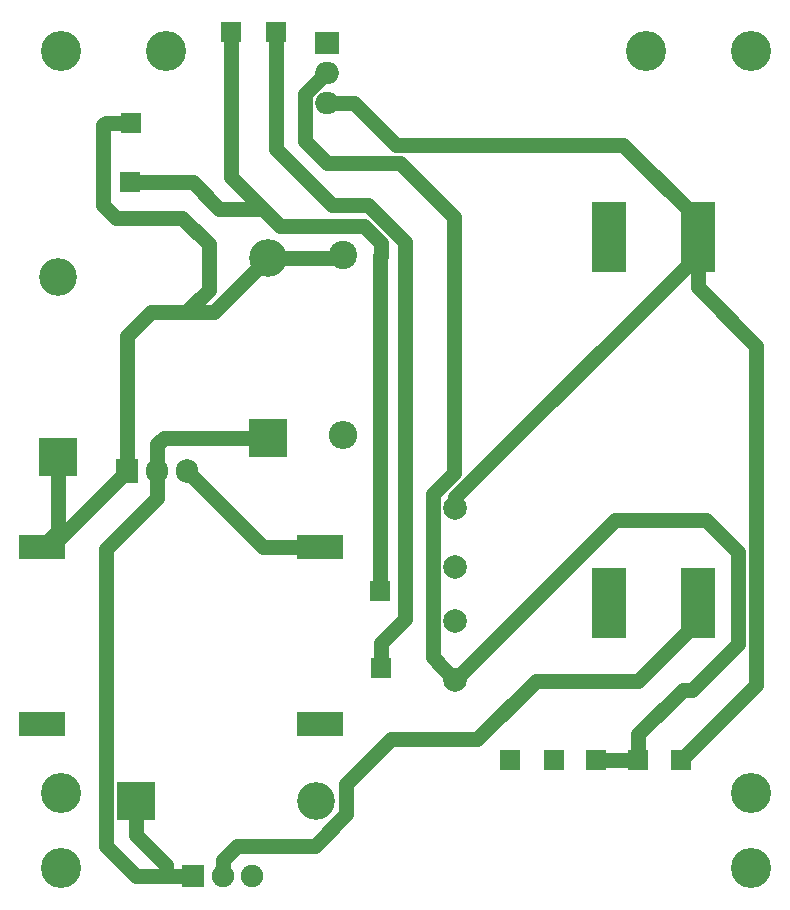
<source format=gbr>
G04 #@! TF.GenerationSoftware,KiCad,Pcbnew,5.0.2+dfsg1-1~bpo9+1*
G04 #@! TF.CreationDate,2019-02-15T20:18:05-06:00*
G04 #@! TF.ProjectId,BatteryBoard,42617474-6572-4794-926f-6172642e6b69,rev?*
G04 #@! TF.SameCoordinates,Original*
G04 #@! TF.FileFunction,Copper,L1,Top*
G04 #@! TF.FilePolarity,Positive*
%FSLAX46Y46*%
G04 Gerber Fmt 4.6, Leading zero omitted, Abs format (unit mm)*
G04 Created by KiCad (PCBNEW 5.0.2+dfsg1-1~bpo9+1) date vie 15 feb 2019 20:18:05 CST*
%MOMM*%
%LPD*%
G01*
G04 APERTURE LIST*
G04 #@! TA.AperFunction,ComponentPad*
%ADD10R,3.000000X6.000000*%
G04 #@! TD*
G04 #@! TA.AperFunction,ComponentPad*
%ADD11R,4.000000X2.000000*%
G04 #@! TD*
G04 #@! TA.AperFunction,ComponentPad*
%ADD12C,2.000000*%
G04 #@! TD*
G04 #@! TA.AperFunction,ComponentPad*
%ADD13O,3.200000X3.200000*%
G04 #@! TD*
G04 #@! TA.AperFunction,ComponentPad*
%ADD14R,3.200000X3.200000*%
G04 #@! TD*
G04 #@! TA.AperFunction,ComponentPad*
%ADD15R,1.700000X1.700000*%
G04 #@! TD*
G04 #@! TA.AperFunction,ComponentPad*
%ADD16O,1.905000X2.000000*%
G04 #@! TD*
G04 #@! TA.AperFunction,ComponentPad*
%ADD17R,1.905000X2.000000*%
G04 #@! TD*
G04 #@! TA.AperFunction,ComponentPad*
%ADD18O,2.400000X2.400000*%
G04 #@! TD*
G04 #@! TA.AperFunction,ComponentPad*
%ADD19C,2.400000*%
G04 #@! TD*
G04 #@! TA.AperFunction,ComponentPad*
%ADD20O,2.000000X1.905000*%
G04 #@! TD*
G04 #@! TA.AperFunction,ComponentPad*
%ADD21R,2.000000X1.905000*%
G04 #@! TD*
G04 #@! TA.AperFunction,ComponentPad*
%ADD22C,1.900000*%
G04 #@! TD*
G04 #@! TA.AperFunction,ComponentPad*
%ADD23R,1.900000X1.900000*%
G04 #@! TD*
G04 #@! TA.AperFunction,ViaPad*
%ADD24C,3.400000*%
G04 #@! TD*
G04 #@! TA.AperFunction,Conductor*
%ADD25C,1.270000*%
G04 #@! TD*
G04 APERTURE END LIST*
D10*
G04 #@! TO.P,U3,3*
G04 #@! TO.N,+5V*
X147844200Y-89422700D03*
G04 #@! TO.P,U3,4*
G04 #@! TO.N,GND*
X140344200Y-89422700D03*
G04 #@! TO.P,U3,1*
G04 #@! TO.N,Net-(S1-Pad2)*
X147844200Y-120422700D03*
G04 #@! TO.P,U3,2*
G04 #@! TO.N,GND*
X140344200Y-120422700D03*
G04 #@! TD*
D11*
G04 #@! TO.P,U1,2*
G04 #@! TO.N,GND*
X92378000Y-130690000D03*
G04 #@! TO.P,U1,1*
G04 #@! TO.N,VCC*
X92378000Y-115690000D03*
G04 #@! TO.P,U1,6*
G04 #@! TO.N,GND*
X115878000Y-130690000D03*
G04 #@! TO.P,U1,5*
G04 #@! TO.N,Net-(Q1-Pad3)*
X115878000Y-115690000D03*
G04 #@! TD*
D12*
G04 #@! TO.P,C1,1*
G04 #@! TO.N,+5V*
X127292100Y-112395000D03*
G04 #@! TO.P,C1,2*
G04 #@! TO.N,GND*
X127292100Y-117395000D03*
G04 #@! TD*
G04 #@! TO.P,C2,1*
G04 #@! TO.N,+3V3*
X127330200Y-126936500D03*
G04 #@! TO.P,C2,2*
G04 #@! TO.N,GND*
X127330200Y-121936500D03*
G04 #@! TD*
D13*
G04 #@! TO.P,D1,2*
G04 #@! TO.N,VCC*
X111506000Y-91186000D03*
D14*
G04 #@! TO.P,D1,1*
G04 #@! TO.N,Net-(D1-Pad1)*
X111506000Y-106426000D03*
G04 #@! TD*
D15*
G04 #@! TO.P,J1,1*
G04 #@! TO.N,+3V3*
X142836900Y-133680200D03*
G04 #@! TD*
G04 #@! TO.P,J2,1*
G04 #@! TO.N,+3V3*
X139280900Y-133680200D03*
G04 #@! TD*
G04 #@! TO.P,J3,1*
G04 #@! TO.N,+5V*
X146431000Y-133718300D03*
G04 #@! TD*
G04 #@! TO.P,J4,1*
G04 #@! TO.N,GND*
X132005101Y-133709401D03*
G04 #@! TD*
G04 #@! TO.P,J5,1*
G04 #@! TO.N,GND*
X135655101Y-133709401D03*
G04 #@! TD*
D16*
G04 #@! TO.P,Q1,3*
G04 #@! TO.N,Net-(Q1-Pad3)*
X104648000Y-109220000D03*
G04 #@! TO.P,Q1,2*
G04 #@! TO.N,Net-(D1-Pad1)*
X102108000Y-109220000D03*
D17*
G04 #@! TO.P,Q1,1*
G04 #@! TO.N,VCC*
X99568000Y-109220000D03*
G04 #@! TD*
D18*
G04 #@! TO.P,R1,2*
G04 #@! TO.N,GND*
X117856000Y-106172000D03*
D19*
G04 #@! TO.P,R1,1*
G04 #@! TO.N,VCC*
X117856000Y-90932000D03*
G04 #@! TD*
D20*
G04 #@! TO.P,U2,3*
G04 #@! TO.N,+5V*
X116459000Y-78079600D03*
G04 #@! TO.P,U2,2*
G04 #@! TO.N,+3V3*
X116459000Y-75539600D03*
D21*
G04 #@! TO.P,U2,1*
G04 #@! TO.N,GND*
X116459000Y-72999600D03*
G04 #@! TD*
D22*
G04 #@! TO.P,S1,3*
G04 #@! TO.N,GND*
X110156000Y-143510000D03*
G04 #@! TO.P,S1,2*
G04 #@! TO.N,Net-(S1-Pad2)*
X107656000Y-143510000D03*
D23*
G04 #@! TO.P,S1,1*
G04 #@! TO.N,Net-(D1-Pad1)*
X105156000Y-143510000D03*
G04 #@! TD*
D14*
G04 #@! TO.P,D2,1*
G04 #@! TO.N,VCC*
X93726000Y-108064300D03*
D13*
G04 #@! TO.P,D2,2*
G04 #@! TO.N,GND*
X93726000Y-92824300D03*
G04 #@! TD*
G04 #@! TO.P,D3,2*
G04 #@! TO.N,GND*
X115570000Y-137160000D03*
D14*
G04 #@! TO.P,D3,1*
G04 #@! TO.N,Net-(D1-Pad1)*
X100330000Y-137160000D03*
G04 #@! TD*
D15*
G04 #@! TO.P,J6,1*
G04 #@! TO.N,VCC*
X99872800Y-79756000D03*
G04 #@! TD*
G04 #@! TO.P,J7,1*
G04 #@! TO.N,Net-(J10-Pad1)*
X108381800Y-72072500D03*
G04 #@! TD*
G04 #@! TO.P,J8,1*
G04 #@! TO.N,Net-(J10-Pad1)*
X99809300Y-84797900D03*
G04 #@! TD*
G04 #@! TO.P,J9,1*
G04 #@! TO.N,Net-(J11-Pad1)*
X112128300Y-72072500D03*
G04 #@! TD*
G04 #@! TO.P,J10,1*
G04 #@! TO.N,Net-(J10-Pad1)*
X120967500Y-119405400D03*
G04 #@! TD*
G04 #@! TO.P,J11,1*
G04 #@! TO.N,Net-(J11-Pad1)*
X121005600Y-125958600D03*
G04 #@! TD*
D24*
G04 #@! TO.N,*
X152400000Y-142875000D03*
X93980000Y-142875000D03*
X152400000Y-136525000D03*
X93980000Y-136525000D03*
X93980000Y-73660000D03*
X102870000Y-73660000D03*
X143510000Y-73660000D03*
X152400000Y-73660000D03*
G04 #@! TD*
D25*
G04 #@! TO.N,+5V*
X146431000Y-133718300D02*
X148590000Y-131559300D01*
X127292100Y-111474800D02*
X127292100Y-112395000D01*
X147844200Y-90922700D02*
X127292100Y-111474800D01*
X147844200Y-89422700D02*
X147844200Y-90922700D01*
X147844200Y-93692700D02*
X152831800Y-98680300D01*
X147844200Y-89422700D02*
X147844200Y-93692700D01*
X152831800Y-127317500D02*
X148590000Y-131559300D01*
X152831800Y-98680300D02*
X152831800Y-127317500D01*
X147844200Y-87922700D02*
X141569800Y-81648300D01*
X147844200Y-89422700D02*
X147844200Y-87922700D01*
X118729000Y-78079600D02*
X116459000Y-78079600D01*
X122297700Y-81648300D02*
X118729000Y-78079600D01*
X141569800Y-81648300D02*
X122297700Y-81648300D01*
G04 #@! TO.N,+3V3*
X142836900Y-133680200D02*
X139280900Y-133680200D01*
X142836900Y-131495800D02*
X142836900Y-133680200D01*
X146570700Y-127762000D02*
X142836900Y-131495800D01*
X151231600Y-123913900D02*
X147383500Y-127762000D01*
X127330200Y-126936500D02*
X140855700Y-113411000D01*
X148551900Y-113411000D02*
X151231600Y-116090700D01*
X140855700Y-113411000D02*
X148551900Y-113411000D01*
X147383500Y-127762000D02*
X146570700Y-127762000D01*
X151231600Y-116090700D02*
X151231600Y-123913900D01*
X126330201Y-125936501D02*
X127330200Y-126936500D01*
X116459000Y-75539600D02*
X116347212Y-75539600D01*
X116347212Y-75539600D02*
X114569990Y-77316822D01*
X114569990Y-77316822D02*
X114569990Y-81308690D01*
X114569990Y-81308690D02*
X116433610Y-83172310D01*
X116433610Y-83172310D02*
X122656610Y-83172310D01*
X122656610Y-83172310D02*
X127241300Y-87757000D01*
X127241300Y-87757000D02*
X127241300Y-109370326D01*
X127241300Y-109370326D02*
X125403099Y-111208527D01*
X125403099Y-111208527D02*
X125403099Y-125009399D01*
X125403099Y-125009399D02*
X126330201Y-125936501D01*
G04 #@! TO.N,Net-(D1-Pad1)*
X102108000Y-106950000D02*
X102108000Y-109220000D01*
X102632000Y-106426000D02*
X102108000Y-106950000D01*
X111506000Y-106426000D02*
X102632000Y-106426000D01*
X102108000Y-111490000D02*
X97790000Y-115808000D01*
X102108000Y-109220000D02*
X102108000Y-111490000D01*
X97790000Y-115808000D02*
X97790000Y-140970000D01*
X97790000Y-140970000D02*
X100330000Y-143510000D01*
X102870000Y-142570000D02*
X102870000Y-143510000D01*
X100330000Y-140030000D02*
X102870000Y-142570000D01*
X100330000Y-137160000D02*
X100330000Y-140030000D01*
X100330000Y-143510000D02*
X102870000Y-143510000D01*
X102870000Y-143510000D02*
X105156000Y-143510000D01*
G04 #@! TO.N,VCC*
X111506000Y-91186000D02*
X117602000Y-91186000D01*
X99568000Y-97790000D02*
X101600000Y-95758000D01*
X99568000Y-109220000D02*
X99568000Y-97790000D01*
X106934000Y-95758000D02*
X111506000Y-91186000D01*
X93098000Y-115690000D02*
X99568000Y-109220000D01*
X93726000Y-114342000D02*
X92378000Y-115690000D01*
X93726000Y-108064300D02*
X93726000Y-114342000D01*
X101600000Y-95758000D02*
X104648000Y-95758000D01*
X104648000Y-95758000D02*
X106934000Y-95758000D01*
X97752800Y-79756000D02*
X99872800Y-79756000D01*
X97536000Y-86690200D02*
X97536000Y-79972800D01*
X98628200Y-87782400D02*
X97536000Y-86690200D01*
X104190800Y-87782400D02*
X98628200Y-87782400D01*
X104648000Y-95758000D02*
X104648000Y-95669100D01*
X104648000Y-95669100D02*
X106438700Y-93878400D01*
X106438700Y-93878400D02*
X106438700Y-90030300D01*
X97536000Y-79972800D02*
X97752800Y-79756000D01*
X106438700Y-90030300D02*
X104190800Y-87782400D01*
G04 #@! TO.N,Net-(Q1-Pad3)*
X112608000Y-115690000D02*
X115878000Y-115690000D01*
X104648000Y-109267500D02*
X111070500Y-115690000D01*
X104648000Y-109220000D02*
X104648000Y-109267500D01*
X111070500Y-115690000D02*
X112608000Y-115690000D01*
G04 #@! TO.N,Net-(S1-Pad2)*
X107656000Y-143510000D02*
X107656000Y-143804000D01*
X147844200Y-121922700D02*
X147844200Y-120422700D01*
X115443722Y-140970000D02*
X118110000Y-138303722D01*
X142766900Y-127000000D02*
X147844200Y-121922700D01*
X134124700Y-127000000D02*
X142766900Y-127000000D01*
X107656000Y-142166498D02*
X108852498Y-140970000D01*
X108852498Y-140970000D02*
X115443722Y-140970000D01*
X129154300Y-131970400D02*
X134124700Y-127000000D01*
X107656000Y-143510000D02*
X107656000Y-142166498D01*
X118110000Y-138303722D02*
X118110000Y-135761329D01*
X118110000Y-135761329D02*
X121900929Y-131970400D01*
X121900929Y-131970400D02*
X129154300Y-131970400D01*
G04 #@! TO.N,Net-(J10-Pad1)*
X108381800Y-74192500D02*
X108381800Y-72072500D01*
X108381800Y-74903700D02*
X108381800Y-74192500D01*
X121031000Y-89928700D02*
X121031000Y-91015278D01*
X108381800Y-74903700D02*
X108381800Y-84378078D01*
X112497322Y-88493600D02*
X119595900Y-88493600D01*
X119595900Y-88493600D02*
X121031000Y-89928700D01*
X120967500Y-91078778D02*
X121031000Y-91015278D01*
X120967500Y-119405400D02*
X120967500Y-91078778D01*
X111049522Y-87045800D02*
X107353100Y-87045800D01*
X108381800Y-84378078D02*
X111049522Y-87045800D01*
X111049522Y-87045800D02*
X112497322Y-88493600D01*
X105105200Y-84797900D02*
X99809300Y-84797900D01*
X107353100Y-87045800D02*
X105105200Y-84797900D01*
G04 #@! TO.N,Net-(J11-Pad1)*
X123101100Y-89843525D02*
X123101100Y-121743100D01*
X119947775Y-86690200D02*
X123101100Y-89843525D01*
X116890800Y-86690200D02*
X119947775Y-86690200D01*
X121005600Y-123838600D02*
X121005600Y-125958600D01*
X123101100Y-121743100D02*
X121005600Y-123838600D01*
X112128300Y-81022274D02*
X112179100Y-81073074D01*
X112128300Y-72072500D02*
X112128300Y-81022274D01*
X112179100Y-81073074D02*
X112179100Y-81978500D01*
X112179100Y-81978500D02*
X116890800Y-86690200D01*
G04 #@! TD*
M02*

</source>
